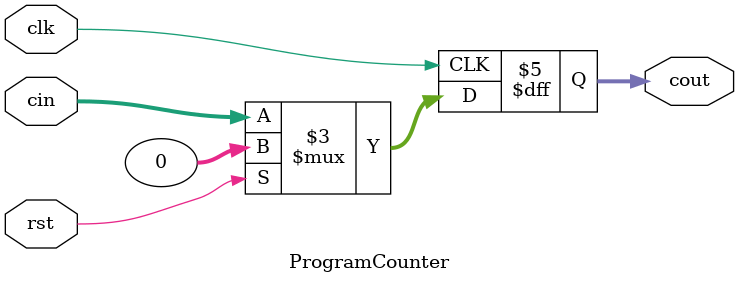
<source format=v>
`timescale 1ns / 1ps

module ProgramCounter(clk, rst, cin, cout);

    input clk, rst;
    input [31:0] cin;
    output reg [31:0] cout;

    always @(posedge clk) begin
        if (rst) begin
            cout <= 0;
        end
        else begin
            cout <= cin;
        end
    end
endmodule
</source>
